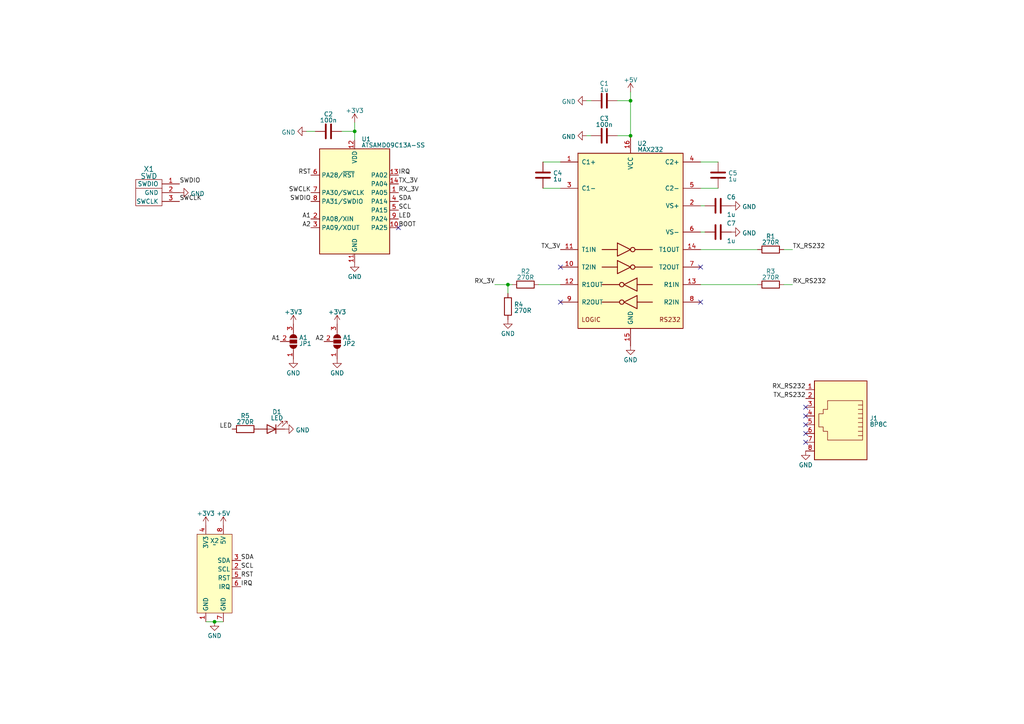
<source format=kicad_sch>
(kicad_sch (version 20220914) (generator eeschema)
  (paper "A4")
  (lib_symbols
    (symbol "Connector:8P8C" (pin_names (offset 1.016))
      (property "Reference" "J" (at -5.08 13.97 0))
      (property "Value" "8P8C" (at 2.54 13.97 0))
      (symbol "8P8C_0_1"
        (polyline (pts (xy -5.08 4.445) (xy -6.35 4.445)))
        (polyline (pts (xy -5.08 5.715) (xy -6.35 5.715)))
        (polyline (pts (xy -6.35 -3.175) (xy -5.08 -3.175) (xy -5.08 -3.175)))
        (polyline (pts (xy -6.35 -1.905) (xy -5.08 -1.905) (xy -5.08 -1.905)))
        (polyline (pts (xy -6.35 -0.635) (xy -5.08 -0.635) (xy -5.08 -0.635)))
        (polyline (pts (xy -6.35 0.635) (xy -5.08 0.635) (xy -5.08 0.635)))
        (polyline (pts (xy -6.35 1.905) (xy -5.08 1.905) (xy -5.08 1.905)))
        (polyline (pts (xy -5.08 3.175) (xy -6.35 3.175) (xy -6.35 3.175)))
        (polyline (pts (xy -6.35 -4.445) (xy -6.35 6.985) (xy 3.81 6.985) (xy 3.81 4.445) (xy 5.08 4.445) (xy 5.08 3.175) (xy 6.35 3.175) (xy 6.35 -0.635) (xy 5.08 -0.635) (xy 5.08 -1.905) (xy 3.81 -1.905) (xy 3.81 -4.445) (xy -6.35 -4.445) (xy -6.35 -4.445)))
        (rectangle (start 7.62 12.7) (end -7.62 -10.16) (stroke (width 0.254)) (fill (type background)))
      )
      (symbol "8P8C_1_1"
        (pin passive line (at 10.16 -7.62 180) (length 2.54) (name "~") (number "1"))
        (pin passive line (at 10.16 -5.08 180) (length 2.54) (name "~") (number "2"))
        (pin passive line (at 10.16 -2.54 180) (length 2.54) (name "~") (number "3"))
        (pin passive line (at 10.16 0 180) (length 2.54) (name "~") (number "4"))
        (pin passive line (at 10.16 2.54 180) (length 2.54) (name "~") (number "5"))
        (pin passive line (at 10.16 5.08 180) (length 2.54) (name "~") (number "6"))
        (pin passive line (at 10.16 7.62 180) (length 2.54) (name "~") (number "7"))
        (pin passive line (at 10.16 10.16 180) (length 2.54) (name "~") (number "8"))
      )
    )
    (symbol "Device:C" (pin_numbers hide) (pin_names (offset 0.254))
      (property "Reference" "C" (at 0.635 2.54 0))
      (property "Value" "C" (at 0.635 -2.54 0))
      (symbol "C_0_1"
        (polyline (pts (xy -2.032 -0.762) (xy 2.032 -0.762)) (stroke (width 0.508)))
        (polyline (pts (xy -2.032 0.762) (xy 2.032 0.762)) (stroke (width 0.508)))
      )
      (symbol "C_1_1"
        (pin passive line (at 0 3.81 270) (length 2.794) (name "~") (number "1"))
        (pin passive line (at 0 -3.81 90) (length 2.794) (name "~") (number "2"))
      )
    )
    (symbol "Device:LED" (pin_numbers hide) (pin_names (offset 1.016) hide)
      (property "Reference" "D" (at 0 2.54 0))
      (property "Value" "LED" (at 0 -2.54 0))
      (symbol "LED_0_1"
        (polyline (pts (xy -1.27 -1.27) (xy -1.27 1.27)) (stroke (width 0.254)))
        (polyline (pts (xy -1.27 0) (xy 1.27 0)))
        (polyline (pts (xy 1.27 -1.27) (xy 1.27 1.27) (xy -1.27 0) (xy 1.27 -1.27)) (stroke (width 0.254)))
        (polyline (pts (xy -3.048 -0.762) (xy -4.572 -2.286) (xy -3.81 -2.286) (xy -4.572 -2.286) (xy -4.572 -1.524)))
        (polyline (pts (xy -1.778 -0.762) (xy -3.302 -2.286) (xy -2.54 -2.286) (xy -3.302 -2.286) (xy -3.302 -1.524)))
      )
      (symbol "LED_1_1"
        (pin passive line (at -3.81 0 0) (length 2.54) (name "K") (number "1"))
        (pin passive line (at 3.81 0 180) (length 2.54) (name "A") (number "2"))
      )
    )
    (symbol "Device:R" (pin_numbers hide) (pin_names (offset 0))
      (property "Reference" "R" (at 2.032 0 90))
      (property "Value" "R" (at 0 0 90))
      (symbol "R_0_1"
        (rectangle (start -1.016 -2.54) (end 1.016 2.54) (stroke (width 0.254)))
      )
      (symbol "R_1_1"
        (pin passive line (at 0 3.81 270) (length 1.27) (name "~") (number "1"))
        (pin passive line (at 0 -3.81 90) (length 1.27) (name "~") (number "2"))
      )
    )
    (symbol "Drake:SWD" (pin_names (offset 1.016))
      (property "Reference" "X" (at 0 6.35 0))
      (property "Value" "SWD" (at 0 -6.35 0))
      (symbol "SWD_0_1"
        (polyline (pts (xy 3.81 1.27) (xy -3.81 1.27)))
        (rectangle (start 3.81 3.81) (end -3.81 -3.81))
      )
      (symbol "SWD_1_1"
        (pin bidirectional line (at 8.89 2.54 180) (length 5.08) (name "SWDIO") (number "1"))
        (pin power_in line (at 8.89 0 180) (length 5.08) (name "GND") (number "2"))
        (pin bidirectional line (at 8.89 -2.54 180) (length 5.08) (name "SWCLK") (number "3"))
      )
    )
    (symbol "Interface_UART:MAX232" (pin_names (offset 1.016))
      (property "Reference" "U" (at -2.54 28.575 0))
      (property "Value" "MAX232" (at -2.54 26.67 0))
      (symbol "MAX232_0_0"
        (text "LOGIC" (at -11.43 -22.86 0) (effects (font (size 1.27 1.27))))
        (text "RS232" (at 11.43 -22.86 0) (effects (font (size 1.27 1.27))))
      )
      (symbol "MAX232_0_1"
        (rectangle (start -15.24 -25.4) (end 15.24 25.4) (stroke (width 0.254)) (fill (type background)))
        (circle (center -2.54 -17.78) (radius 0.635) (stroke (width 0.254)))
        (circle (center -2.54 -12.7) (radius 0.635) (stroke (width 0.254)))
        (polyline (pts (xy -3.81 -7.62) (xy -8.255 -7.62)) (stroke (width 0.254)))
        (polyline (pts (xy -3.81 -2.54) (xy -8.255 -2.54)) (stroke (width 0.254)))
        (polyline (pts (xy -3.175 -17.78) (xy -8.255 -17.78)) (stroke (width 0.254)))
        (polyline (pts (xy -3.175 -12.7) (xy -8.255 -12.7)) (stroke (width 0.254)))
        (polyline (pts (xy 1.27 -7.62) (xy 6.35 -7.62)) (stroke (width 0.254)))
        (polyline (pts (xy 1.27 -2.54) (xy 6.35 -2.54)) (stroke (width 0.254)))
        (polyline (pts (xy 1.905 -17.78) (xy 6.35 -17.78)) (stroke (width 0.254)))
        (polyline (pts (xy 1.905 -12.7) (xy 6.35 -12.7)) (stroke (width 0.254)))
        (polyline (pts (xy -3.81 -5.715) (xy -3.81 -9.525) (xy 0 -7.62) (xy -3.81 -5.715)) (stroke (width 0.254)))
        (polyline (pts (xy -3.81 -0.635) (xy -3.81 -4.445) (xy 0 -2.54) (xy -3.81 -0.635)) (stroke (width 0.254)))
        (polyline (pts (xy 1.905 -15.875) (xy 1.905 -19.685) (xy -1.905 -17.78) (xy 1.905 -15.875)) (stroke (width 0.254)))
        (polyline (pts (xy 1.905 -10.795) (xy 1.905 -14.605) (xy -1.905 -12.7) (xy 1.905 -10.795)) (stroke (width 0.254)))
        (circle (center 0.635 -7.62) (radius 0.635) (stroke (width 0.254)))
        (circle (center 0.635 -2.54) (radius 0.635) (stroke (width 0.254)))
      )
      (symbol "MAX232_1_1"
        (pin passive line (at -20.32 22.86 0) (length 5.08) (name "C1+") (number "1"))
        (pin input line (at -20.32 -7.62 0) (length 5.08) (name "T2IN") (number "10"))
        (pin input line (at -20.32 -2.54 0) (length 5.08) (name "T1IN") (number "11"))
        (pin output line (at -20.32 -12.7 0) (length 5.08) (name "R1OUT") (number "12"))
        (pin input line (at 20.32 -12.7 180) (length 5.08) (name "R1IN") (number "13"))
        (pin output line (at 20.32 -2.54 180) (length 5.08) (name "T1OUT") (number "14"))
        (pin power_in line (at 0 -30.48 90) (length 5.08) (name "GND") (number "15"))
        (pin power_in line (at 0 30.48 270) (length 5.08) (name "VCC") (number "16"))
        (pin power_out line (at 20.32 10.16 180) (length 5.08) (name "VS+") (number "2"))
        (pin passive line (at -20.32 15.24 0) (length 5.08) (name "C1-") (number "3"))
        (pin passive line (at 20.32 22.86 180) (length 5.08) (name "C2+") (number "4"))
        (pin passive line (at 20.32 15.24 180) (length 5.08) (name "C2-") (number "5"))
        (pin power_out line (at 20.32 2.54 180) (length 5.08) (name "VS-") (number "6"))
        (pin output line (at 20.32 -7.62 180) (length 5.08) (name "T2OUT") (number "7"))
        (pin input line (at 20.32 -17.78 180) (length 5.08) (name "R2IN") (number "8"))
        (pin output line (at -20.32 -17.78 0) (length 5.08) (name "R2OUT") (number "9"))
      )
    )
    (symbol "Jumper:SolderJumper_3_Open" (pin_names (offset 0) hide)
      (property "Reference" "JP" (at -2.54 -2.54 0))
      (property "Value" "SolderJumper_3_Open" (at 0 2.794 0))
      (symbol "SolderJumper_3_Open_0_1"
        (arc (start -1.016 1.016) (mid -2.032 0) (end -1.016 -1.016))
        (arc (start -1.016 1.016) (mid -2.032 0) (end -1.016 -1.016) (fill (type outline)))
        (rectangle (start -0.508 1.016) (end 0.508 -1.016) (fill (type outline)))
        (polyline (pts (xy -2.54 0) (xy -2.032 0)))
        (polyline (pts (xy -1.016 1.016) (xy -1.016 -1.016)))
        (polyline (pts (xy 0 -1.27) (xy 0 -1.016)))
        (polyline (pts (xy 1.016 1.016) (xy 1.016 -1.016)))
        (polyline (pts (xy 2.54 0) (xy 2.032 0)))
        (arc (start 1.016 -1.016) (mid 2.032 0) (end 1.016 1.016))
        (arc (start 1.016 -1.016) (mid 2.032 0) (end 1.016 1.016) (fill (type outline)))
      )
      (symbol "SolderJumper_3_Open_1_1"
        (pin passive line (at -5.08 0 0) (length 2.54) (name "A") (number "1"))
        (pin passive line (at 0 -3.81 90) (length 2.54) (name "C") (number "2"))
        (pin passive line (at 5.08 0 180) (length 2.54) (name "B") (number "3"))
      )
    )
    (symbol "MCU_Microchip_SAMD:ATSAMD09C13A-SS"
      (property "Reference" "U" (at -10.16 16.51 0))
      (property "Value" "ATSAMD09C13A-SS" (at 1.27 16.51 0))
      (symbol "ATSAMD09C13A-SS_0_1"
        (rectangle (start -10.16 15.24) (end 10.16 -15.24) (stroke (width 0.254)) (fill (type background)))
      )
      (symbol "ATSAMD09C13A-SS_1_1"
        (pin bidirectional line (at 12.7 2.54 180) (length 2.54) (name "PA05") (number "1"))
        (pin bidirectional line (at 12.7 -7.62 180) (length 2.54) (name "PA25") (number "10"))
        (pin power_in line (at 0 -17.78 90) (length 2.54) (name "GND") (number "11"))
        (pin power_in line (at 0 17.78 270) (length 2.54) (name "VDD") (number "12"))
        (pin bidirectional line (at 12.7 7.62 180) (length 2.54) (name "PA02") (number "13"))
        (pin bidirectional line (at 12.7 5.08 180) (length 2.54) (name "PA04") (number "14"))
        (pin bidirectional line (at -12.7 -5.08 0) (length 2.54) (name "PA08/XIN") (number "2"))
        (pin bidirectional line (at -12.7 -7.62 0) (length 2.54) (name "PA09/XOUT") (number "3"))
        (pin bidirectional line (at 12.7 0 180) (length 2.54) (name "PA14") (number "4"))
        (pin bidirectional line (at 12.7 -2.54 180) (length 2.54) (name "PA15") (number "5"))
        (pin bidirectional line (at -12.7 7.62 0) (length 2.54) (name "PA28/~{RST}") (number "6"))
        (pin bidirectional line (at -12.7 2.54 0) (length 2.54) (name "PA30/SWCLK") (number "7"))
        (pin bidirectional line (at -12.7 0 0) (length 2.54) (name "PA31/SWDIO") (number "8"))
        (pin bidirectional line (at 12.7 -5.08 180) (length 2.54) (name "PA24") (number "9"))
      )
    )
    (symbol "power:+3V3" (power) (pin_names (offset 0))
      (property "Value" "+3V3" (at 0 3.556 0))
      (symbol "+3V3_0_1"
        (polyline (pts (xy -0.762 1.27) (xy 0 2.54)))
        (polyline (pts (xy 0 0) (xy 0 2.54)))
        (polyline (pts (xy 0 2.54) (xy 0.762 1.27)))
      )
      (symbol "+3V3_1_1"
        (pin power_in line (at 0 0 90) (length 0) hide (name "+3V3") (number "1"))
      )
    )
    (symbol "power:+5V" (power) (pin_names (offset 0))
      (property "Value" "+5V" (at 0 3.556 0))
      (symbol "+5V_0_1"
        (polyline (pts (xy -0.762 1.27) (xy 0 2.54)))
        (polyline (pts (xy 0 0) (xy 0 2.54)))
        (polyline (pts (xy 0 2.54) (xy 0.762 1.27)))
      )
      (symbol "+5V_1_1"
        (pin power_in line (at 0 0 90) (length 0) hide (name "+5V") (number "1"))
      )
    )
    (symbol "power:GND" (power) (pin_names (offset 0))
      (property "Value" "GND" (at 0 -3.81 0))
      (symbol "GND_0_1"
        (polyline (pts (xy 0 0) (xy 0 -1.27) (xy 1.27 -1.27) (xy 0 -2.54) (xy -1.27 -1.27) (xy 0 -1.27)))
      )
      (symbol "GND_1_1"
        (pin power_in line (at 0 0 270) (length 0) hide (name "GND") (number "1"))
      )
    )
    (symbol "t80:t80-pin-header"
      (property "Reference" "X" (at 7.62 10.16 0))
      (symbol "t80-pin-header_0_0"
        (pin power_out line (at -2.54 -15.24 90) (length 2.54) (name "GND") (number "1"))
        (pin bidirectional line (at 7.62 0 180) (length 2.54) (name "SCL") (number "2"))
        (pin bidirectional line (at 7.62 2.54 180) (length 2.54) (name "SDA") (number "3"))
        (pin power_out line (at -2.54 12.7 270) (length 2.54) (name "3V3") (number "4"))
        (pin bidirectional line (at 7.62 -2.54 180) (length 2.54) (name "RST") (number "5"))
        (pin bidirectional line (at 7.62 -5.08 180) (length 2.54) (name "IRQ") (number "6"))
        (pin power_out line (at 2.54 -15.24 90) (length 2.54) (name "GND") (number "7"))
        (pin power_out line (at 2.54 12.7 270) (length 2.54) (name "5V") (number "8"))
      )
      (symbol "t80-pin-header_0_1"
        (rectangle (start -5.08 10.16) (end 5.08 -12.7) (fill (type background)))
      )
    )
  )
  (junction (at 102.87 38.1))
  (junction (at 62.23 180.34))
  (junction (at 147.32 82.55))
  (junction (at 182.88 39.37))
  (junction (at 182.88 29.21))
  (no_connect (at 203.2 77.47))
  (no_connect (at 203.2 87.63))
  (no_connect (at 233.68 128.27))
  (no_connect (at 233.68 120.65))
  (no_connect (at 233.68 123.19))
  (no_connect (at 233.68 125.73))
  (no_connect (at 233.68 118.11))
  (no_connect (at 115.57 66.04))
  (no_connect (at 162.56 87.63))
  (no_connect (at 162.56 77.47))
  (wire (pts (xy 179.07 39.37) (xy 182.88 39.37)))
  (wire (pts (xy 208.28 46.99) (xy 203.2 46.99)))
  (wire (pts (xy 157.48 46.99) (xy 162.56 46.99)))
  (wire (pts (xy 156.21 82.55) (xy 162.56 82.55)))
  (wire (pts (xy 62.23 180.34) (xy 64.77 180.34)))
  (wire (pts (xy 203.2 59.69) (xy 204.47 59.69)))
  (wire (pts (xy 203.2 67.31) (xy 204.47 67.31)))
  (wire (pts (xy 157.48 54.61) (xy 162.56 54.61)))
  (wire (pts (xy 102.87 35.56) (xy 102.87 38.1)))
  (wire (pts (xy 88.9 38.1) (xy 91.44 38.1)))
  (wire (pts (xy 182.88 26.67) (xy 182.88 29.21)))
  (wire (pts (xy 229.87 82.55) (xy 227.33 82.55)))
  (wire (pts (xy 182.88 29.21) (xy 182.88 39.37)))
  (wire (pts (xy 102.87 38.1) (xy 102.87 40.64)))
  (wire (pts (xy 171.45 39.37) (xy 170.18 39.37)))
  (wire (pts (xy 219.71 82.55) (xy 203.2 82.55)))
  (wire (pts (xy 147.32 82.55) (xy 147.32 85.09)))
  (wire (pts (xy 59.69 180.34) (xy 62.23 180.34)))
  (wire (pts (xy 208.28 54.61) (xy 203.2 54.61)))
  (wire (pts (xy 219.71 72.39) (xy 203.2 72.39)))
  (wire (pts (xy 99.06 38.1) (xy 102.87 38.1)))
  (wire (pts (xy 229.87 72.39) (xy 227.33 72.39)))
  (wire (pts (xy 170.18 29.21) (xy 171.45 29.21)))
  (wire (pts (xy 143.51 82.55) (xy 147.32 82.55)))
  (wire (pts (xy 179.07 29.21) (xy 182.88 29.21)))
  (wire (pts (xy 147.32 82.55) (xy 148.59 82.55)))
  (label "SCL" (at 69.85 165.1 0))
  (label "A1" (at 90.17 63.5 180))
  (label "TX_RS232" (at 229.87 72.39 0))
  (label "SWDIO" (at 90.17 58.42 180))
  (label "SWDIO" (at 52.07 53.34 0))
  (label "IRQ" (at 115.57 50.8 0))
  (label "RX_RS232" (at 233.68 113.03 180))
  (label "TX_3V" (at 162.56 72.39 180))
  (label "TX_RS232" (at 233.68 115.57 180))
  (label "RST" (at 69.85 167.64 0))
  (label "TX_3V" (at 115.57 53.34 0))
  (label "SWCLK" (at 90.17 55.88 180))
  (label "A1" (at 81.28 99.06 180))
  (label "LED" (at 67.31 124.46 180))
  (label "BOOT" (at 115.57 66.04 0))
  (label "LED" (at 115.57 63.5 0))
  (label "RST" (at 90.17 50.8 180))
  (label "A2" (at 90.17 66.04 180))
  (label "A2" (at 93.98 99.06 180))
  (label "IRQ" (at 69.85 170.18 0))
  (label "SCL" (at 115.57 60.96 0))
  (label "RX_3V" (at 115.57 55.88 0))
  (label "RX_3V" (at 143.51 82.55 180))
  (label "SDA" (at 115.57 58.42 0))
  (label "RX_RS232" (at 229.87 82.55 0))
  (label "SWCLK" (at 52.07 58.42 0))
  (label "SDA" (at 69.85 162.56 0))
  (symbol (lib_id "power:GND") (at 182.88 100.33 0) (unit 1)
    (default_instance (reference "#PWR?") (unit 1) (value "GND") (footprint ""))
    (property "Reference" "#PWR010" (effects hide))
    (property "Value" "GND" (at 182.88 104.3861 0))
  )
  (symbol (lib_id "power:GND") (at 85.09 104.14 0) (unit 1)
    (default_instance (reference "#PWR?") (unit 1) (value "GND") (footprint ""))
    (property "Reference" "#PWR0105" (effects hide))
    (property "Value" "GND" (at 85.09 108.1961 0))
  )
  (symbol (lib_id "Device:R") (at 147.32 88.9 180) (unit 1)
    (default_instance (reference "R1") (unit 1) (value "270R") (footprint "Resistor_SMD:R_0805_2012Metric_Pad1.20x1.40mm_HandSolder"))
    (property "Reference" "R4" (at 149.098 88.3055 0) (effects (justify right)))
    (property "Value" "270R" (at 149.098 90.0677 0) (effects (justify right)))
    (property "Footprint" "Resistor_SMD:R_0805_2012Metric_Pad1.20x1.40mm_HandSolder" (effects hide))
  )
  (symbol (lib_id "power:+3V3") (at 97.79 93.98 0) (unit 1)
    (default_instance (reference "#PWR?") (unit 1) (value "+3V3") (footprint ""))
    (property "Reference" "#PWR0108" (effects hide))
    (property "Value" "+3V3" (at 97.79 90.4971 0))
  )
  (symbol (lib_id "power:GND") (at 62.23 180.34 0) (unit 1)
    (default_instance (reference "#PWR?") (unit 1) (value "GND") (footprint ""))
    (property "Reference" "#PWR0103" (effects hide))
    (property "Value" "GND" (at 62.23 184.3961 0))
  )
  (symbol (lib_id "power:GND") (at 170.18 39.37 270) (unit 1)
    (default_instance (reference "#PWR?") (unit 1) (value "GND") (footprint ""))
    (property "Reference" "#PWR04" (effects hide))
    (property "Value" "GND" (at 167.0051 39.6566 90) (effects (justify right)))
  )
  (symbol (lib_id "power:+3V3") (at 59.69 152.4 0) (unit 1)
    (default_instance (reference "#PWR?") (unit 1) (value "+3V3") (footprint ""))
    (property "Reference" "#PWR0110" (effects hide))
    (property "Value" "+3V3" (at 59.69 148.9171 0))
  )
  (symbol (lib_id "MCU_Microchip_SAMD:ATSAMD09C13A-SS") (at 102.87 58.42 0) (unit 1)
    (default_instance (reference "U2") (unit 1) (value "ATSAMD09C13A-SS") (footprint "Package_SO:SOIC-14_3.9x8.7mm_P1.27mm"))
    (property "Reference" "U1" (at 104.8259 40.3479 0) (effects (justify left)))
    (property "Value" "ATSAMD09C13A-SS" (at 104.8259 42.1101 0) (effects (justify left)))
    (property "Footprint" "Package_SO:SOIC-14_3.9x8.7mm_P1.27mm" (effects hide))
    (property "Datasheet" "http://ww1.microchip.com/downloads/en/DeviceDoc/Atmel-42414-SAM-D09_Datasheet.pdf" (effects hide))
  )
  (symbol (lib_id "power:GND") (at 212.09 67.31 90) (unit 1)
    (default_instance (reference "#PWR?") (unit 1) (value "GND") (footprint ""))
    (property "Reference" "#PWR07" (effects hide))
    (property "Value" "GND" (at 215.265 67.5966 90) (effects (justify right)))
  )
  (symbol (lib_id "Device:C") (at 208.28 50.8 0) (unit 1)
    (default_instance (reference "C1") (unit 1) (value "C") (footprint "Capacitor_SMD:C_0805_2012Metric_Pad1.18x1.45mm_HandSolder"))
    (property "Reference" "C5" (at 211.201 50.2055 0) (effects (justify left)))
    (property "Value" "1u" (at 211.201 51.9677 0) (effects (justify left)))
    (property "Footprint" "Capacitor_SMD:C_0805_2012Metric_Pad1.18x1.45mm_HandSolder" (effects hide))
  )
  (symbol (lib_id "power:GND") (at 233.68 130.81 0) (unit 1)
    (default_instance (reference "#PWR?") (unit 1) (value "GND") (footprint ""))
    (property "Reference" "#PWR012" (effects hide))
    (property "Value" "GND" (at 233.68 134.8661 0))
  )
  (symbol (lib_id "power:GND") (at 88.9 38.1 270) (unit 1)
    (default_instance (reference "#PWR?") (unit 1) (value "GND") (footprint ""))
    (property "Reference" "#PWR03" (effects hide))
    (property "Value" "GND" (at 85.7251 38.3866 90) (effects (justify right)))
  )
  (symbol (lib_id "Device:R") (at 152.4 82.55 90) (unit 1)
    (default_instance (reference "R1") (unit 1) (value "270R") (footprint "Resistor_SMD:R_0805_2012Metric_Pad1.20x1.40mm_HandSolder"))
    (property "Reference" "R2" (at 152.4 78.7019 90))
    (property "Value" "270R" (at 152.4 80.4641 90))
    (property "Footprint" "Resistor_SMD:R_0805_2012Metric_Pad1.20x1.40mm_HandSolder" (effects hide))
  )
  (symbol (lib_id "Jumper:SolderJumper_3_Open") (at 97.79 99.06 270) (mirror x) (unit 1)
    (default_instance (reference "JP1") (unit 1) (value "A1") (footprint ""))
    (property "Reference" "JP2" (at 99.441 99.6545 90) (effects (justify left)))
    (property "Value" "A1" (at 99.441 97.8923 90) (effects (justify left)))
    (property "Footprint" "Jumper:SolderJumper-3_P2.0mm_Open_TrianglePad1.0x1.5mm" (effects hide))
  )
  (symbol (lib_id "Device:C") (at 175.26 39.37 90) (unit 1)
    (default_instance (reference "C1") (unit 1) (value "C") (footprint "Capacitor_SMD:C_0805_2012Metric_Pad1.18x1.45mm_HandSolder"))
    (property "Reference" "C3" (at 175.26 34.3789 90))
    (property "Value" "100n" (at 175.26 36.1411 90))
    (property "Footprint" "Capacitor_SMD:C_0805_2012Metric_Pad1.18x1.45mm_HandSolder" (effects hide))
  )
  (symbol (lib_id "Drake:SWD") (at 43.18 55.88 0) (unit 1)
    (default_instance (reference "X3") (unit 1) (value "SWD") (footprint "drake:SWD"))
    (property "Reference" "X1" (at 43.18 49.0271 0) (effects (font (size 1.524 1.524))))
    (property "Value" "SWD" (at 43.18 51.0909 0) (effects (font (size 1.524 1.524))))
    (property "Footprint" "Drake:SWD" (effects hide))
  )
  (symbol (lib_id "power:GND") (at 52.07 55.88 90) (unit 1)
    (default_instance (reference "#PWR?") (unit 1) (value "GND") (footprint ""))
    (property "Reference" "#PWR05" (effects hide))
    (property "Value" "GND" (at 55.245 56.1666 90) (effects (justify right)))
  )
  (symbol (lib_id "Device:R") (at 223.52 82.55 90) (unit 1)
    (default_instance (reference "R1") (unit 1) (value "270R") (footprint "Resistor_SMD:R_0805_2012Metric_Pad1.20x1.40mm_HandSolder"))
    (property "Reference" "R3" (at 223.52 78.7019 90))
    (property "Value" "270R" (at 223.52 80.4641 90))
    (property "Footprint" "Resistor_SMD:R_0805_2012Metric_Pad1.20x1.40mm_HandSolder" (effects hide))
  )
  (symbol (lib_id "power:GND") (at 170.18 29.21 270) (unit 1)
    (default_instance (reference "#PWR?") (unit 1) (value "GND") (footprint ""))
    (property "Reference" "#PWR02" (effects hide))
    (property "Value" "GND" (at 167.0051 29.4966 90) (effects (justify right)))
  )
  (symbol (lib_id "Device:C") (at 208.28 67.31 90) (unit 1)
    (default_instance (reference "C1") (unit 1) (value "C") (footprint "Capacitor_SMD:C_0805_2012Metric_Pad1.18x1.45mm_HandSolder"))
    (property "Reference" "C7" (at 212.09 64.77 90))
    (property "Value" "1u" (at 212.09 69.85 90))
    (property "Footprint" "Capacitor_SMD:C_0805_2012Metric_Pad1.18x1.45mm_HandSolder" (effects hide))
  )
  (symbol (lib_id "power:GND") (at 97.79 104.14 0) (unit 1)
    (default_instance (reference "#PWR?") (unit 1) (value "GND") (footprint ""))
    (property "Reference" "#PWR0107" (effects hide))
    (property "Value" "GND" (at 97.79 108.1961 0))
  )
  (symbol (lib_id "Interface_UART:MAX232") (at 182.88 69.85 0) (unit 1)
    (default_instance (reference "U1") (unit 1) (value "MAX232") (footprint ""))
    (property "Reference" "U2" (at 184.8359 41.6179 0) (effects (justify left)))
    (property "Value" "MAX232" (at 184.8359 43.3801 0) (effects (justify left)))
    (property "Footprint" "Package_SO:SO-16_5.3x10.2mm_P1.27mm" (effects hide))
    (property "Datasheet" "http://www.ti.com/lit/ds/symlink/max232.pdf" (effects hide))
  )
  (symbol (lib_id "power:+3V3") (at 102.87 35.56 0) (unit 1)
    (default_instance (reference "#PWR?") (unit 1) (value "+3V3") (footprint ""))
    (property "Reference" "#PWR0102" (effects hide))
    (property "Value" "+3V3" (at 102.87 32.0771 0))
  )
  (symbol (lib_id "Device:R") (at 71.12 124.46 90) (unit 1)
    (default_instance (reference "R1") (unit 1) (value "270R") (footprint "Resistor_SMD:R_0805_2012Metric_Pad1.20x1.40mm_HandSolder"))
    (property "Reference" "R5" (at 71.12 120.6119 90))
    (property "Value" "270R" (at 71.12 122.3741 90))
    (property "Footprint" "Resistor_SMD:R_0805_2012Metric_Pad1.20x1.40mm_HandSolder" (effects hide))
  )
  (symbol (lib_id "power:+5V") (at 64.77 152.4 0) (unit 1)
    (default_instance (reference "#PWR?") (unit 1) (value "+5V") (footprint ""))
    (property "Reference" "#PWR0101" (effects hide))
    (property "Value" "+5V" (at 64.77 148.9171 0))
  )
  (symbol (lib_id "Device:C") (at 208.28 59.69 90) (unit 1)
    (default_instance (reference "C1") (unit 1) (value "C") (footprint "Capacitor_SMD:C_0805_2012Metric_Pad1.18x1.45mm_HandSolder"))
    (property "Reference" "C6" (at 212.09 57.15 90))
    (property "Value" "1u" (at 212.09 62.23 90))
    (property "Footprint" "Capacitor_SMD:C_0805_2012Metric_Pad1.18x1.45mm_HandSolder" (effects hide))
  )
  (symbol (lib_id "power:GND") (at 102.87 76.2 0) (unit 1)
    (default_instance (reference "#PWR?") (unit 1) (value "GND") (footprint ""))
    (property "Reference" "#PWR08" (effects hide))
    (property "Value" "GND" (at 102.87 80.2561 0))
  )
  (symbol (lib_id "Device:LED") (at 78.74 124.46 180) (unit 1)
    (default_instance (reference "D1") (unit 1) (value "LED") (footprint ""))
    (property "Reference" "D1" (at 80.3275 119.4689 0))
    (property "Value" "LED" (at 80.3275 121.2311 0))
    (property "Footprint" "LED_SMD:LED_0805_2012Metric_Pad1.15x1.40mm_HandSolder" (effects hide))
  )
  (symbol (lib_id "t80:t80-pin-header") (at 62.23 165.1 0) (unit 1)
    (default_instance (reference "X1") (unit 1) (value "~") (footprint ""))
    (property "Reference" "X2" (at 62.23 156.8323 0))
    (property "Value" "~" (at 62.23 157.9595 0))
    (property "Footprint" "Connector_IDC:IDC-Header_2x04_P2.54mm_Vertical" (effects hide))
  )
  (symbol (lib_id "power:+3V3") (at 85.09 93.98 0) (unit 1)
    (default_instance (reference "#PWR?") (unit 1) (value "+3V3") (footprint ""))
    (property "Reference" "#PWR0104" (effects hide))
    (property "Value" "+3V3" (at 85.09 90.4971 0))
  )
  (symbol (lib_id "power:GND") (at 212.09 59.69 90) (unit 1)
    (default_instance (reference "#PWR?") (unit 1) (value "GND") (footprint ""))
    (property "Reference" "#PWR06" (effects hide))
    (property "Value" "GND" (at 215.265 59.9766 90) (effects (justify right)))
  )
  (symbol (lib_id "Device:C") (at 157.48 50.8 0) (unit 1)
    (default_instance (reference "C1") (unit 1) (value "C") (footprint "Capacitor_SMD:C_0805_2012Metric_Pad1.18x1.45mm_HandSolder"))
    (property "Reference" "C4" (at 160.401 50.2055 0) (effects (justify left)))
    (property "Value" "1u" (at 160.401 51.9677 0) (effects (justify left)))
    (property "Footprint" "Capacitor_SMD:C_0805_2012Metric_Pad1.18x1.45mm_HandSolder" (effects hide))
  )
  (symbol (lib_id "Device:C") (at 175.26 29.21 90) (unit 1)
    (default_instance (reference "C1") (unit 1) (value "C") (footprint "Capacitor_SMD:C_0805_2012Metric_Pad1.18x1.45mm_HandSolder"))
    (property "Reference" "C1" (at 175.26 24.2189 90))
    (property "Value" "1u" (at 175.26 25.9811 90))
    (property "Footprint" "Capacitor_SMD:C_0805_2012Metric_Pad1.18x1.45mm_HandSolder" (effects hide))
  )
  (symbol (lib_id "power:GND") (at 147.32 92.71 0) (unit 1)
    (default_instance (reference "#PWR?") (unit 1) (value "GND") (footprint ""))
    (property "Reference" "#PWR09" (effects hide))
    (property "Value" "GND" (at 147.32 96.7661 0))
  )
  (symbol (lib_id "power:GND") (at 82.55 124.46 90) (unit 1)
    (default_instance (reference "#PWR?") (unit 1) (value "GND") (footprint ""))
    (property "Reference" "#PWR011" (effects hide))
    (property "Value" "GND" (at 85.725 124.7466 90) (effects (justify right)))
  )
  (symbol (lib_id "Device:C") (at 95.25 38.1 90) (unit 1)
    (default_instance (reference "C1") (unit 1) (value "C") (footprint "Capacitor_SMD:C_0805_2012Metric_Pad1.18x1.45mm_HandSolder"))
    (property "Reference" "C2" (at 95.25 33.1089 90))
    (property "Value" "100n" (at 95.25 34.8711 90))
    (property "Footprint" "Capacitor_SMD:C_0805_2012Metric_Pad1.18x1.45mm_HandSolder" (effects hide))
  )
  (symbol (lib_id "Jumper:SolderJumper_3_Open") (at 85.09 99.06 270) (mirror x) (unit 1)
    (default_instance (reference "JP1") (unit 1) (value "A1") (footprint ""))
    (property "Reference" "JP1" (at 86.741 99.6545 90) (effects (justify left)))
    (property "Value" "A1" (at 86.741 97.8923 90) (effects (justify left)))
    (property "Footprint" "Jumper:SolderJumper-3_P2.0mm_Open_TrianglePad1.0x1.5mm" (effects hide))
  )
  (symbol (lib_id "power:+5V") (at 182.88 26.67 0) (unit 1)
    (default_instance (reference "#PWR?") (unit 1) (value "+5V") (footprint ""))
    (property "Reference" "#PWR01" (effects hide))
    (property "Value" "+5V" (at 182.88 23.1871 0))
  )
  (symbol (lib_id "Connector:8P8C") (at 243.84 120.65 180) (unit 1)
    (default_instance (reference "J1") (unit 1) (value "8P8C") (footprint "Connector_RJ:RJ45_Amphenol_54602-x08_Horizontal"))
    (property "Reference" "J1" (at 252.222 121.3255 0) (effects (justify right)))
    (property "Value" "8P8C" (at 252.222 123.0877 0) (effects (justify right)))
    (property "Footprint" "Connector_RJ:RJ45_Amphenol_54602-x08_Horizontal" (effects hide))
  )
  (symbol (lib_id "Device:R") (at 223.52 72.39 90) (unit 1)
    (default_instance (reference "R1") (unit 1) (value "270R") (footprint "Resistor_SMD:R_0805_2012Metric_Pad1.20x1.40mm_HandSolder"))
    (property "Reference" "R1" (at 223.52 68.5419 90))
    (property "Value" "270R" (at 223.52 70.3041 90))
    (property "Footprint" "Resistor_SMD:R_0805_2012Metric_Pad1.20x1.40mm_HandSolder" (effects hide))
  )
)
</source>
